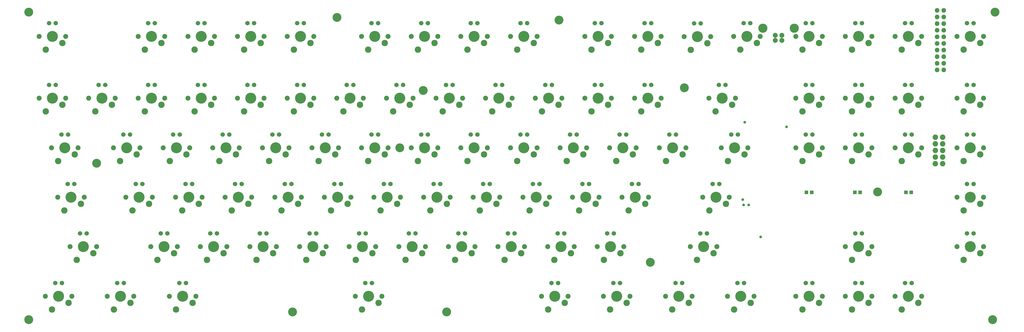
<source format=gbr>
G04 EAGLE Gerber X2 export*
G75*
%MOMM*%
%FSLAX34Y34*%
%LPD*%
%AMOC8*
5,1,8,0,0,1.08239X$1,22.5*%
G01*
%ADD10C,3.403200*%
%ADD11C,1.879600*%
%ADD12C,3.505200*%
%ADD13C,4.203200*%
%ADD14C,1.903200*%
%ADD15C,2.453200*%
%ADD16C,1.711200*%
%ADD17R,1.403200X1.403200*%
%ADD18P,1.869504X8X292.500000*%
%ADD19C,2.082800*%
%ADD20C,1.041400*%


D10*
X30000Y1210000D03*
X3730000Y1210000D03*
X3720000Y30000D03*
X30000Y30000D03*
X1450000Y690000D03*
X3280000Y520000D03*
X2410000Y250000D03*
X2060000Y1180000D03*
X1210000Y1190000D03*
X2540000Y920000D03*
X290000Y630000D03*
X1540000Y910000D03*
X1630000Y60000D03*
X1040000Y60000D03*
D11*
X2913180Y1101598D03*
X2888180Y1101598D03*
X2888180Y1121410D03*
X2913180Y1121410D03*
D12*
X2960878Y1148588D03*
X2840482Y1148588D03*
D13*
X120000Y1117500D03*
D14*
X69200Y1117500D03*
X170800Y1117500D03*
D15*
X158100Y1092100D03*
X94600Y1066700D03*
D16*
X132700Y1168300D03*
X107300Y1168300D03*
D13*
X500000Y1117500D03*
D14*
X449200Y1117500D03*
X550800Y1117500D03*
D15*
X538100Y1092100D03*
X474600Y1066700D03*
D16*
X512700Y1168300D03*
X487300Y1168300D03*
D13*
X690000Y1117500D03*
D14*
X639200Y1117500D03*
X740800Y1117500D03*
D15*
X728100Y1092100D03*
X664600Y1066700D03*
D16*
X702700Y1168300D03*
X677300Y1168300D03*
D13*
X880000Y1117500D03*
D14*
X829200Y1117500D03*
X930800Y1117500D03*
D15*
X918100Y1092100D03*
X854600Y1066700D03*
D16*
X892700Y1168300D03*
X867300Y1168300D03*
D13*
X1070000Y1117500D03*
D14*
X1019200Y1117500D03*
X1120800Y1117500D03*
D15*
X1108100Y1092100D03*
X1044600Y1066700D03*
D16*
X1082700Y1168300D03*
X1057300Y1168300D03*
D13*
X1355000Y1117500D03*
D14*
X1304200Y1117500D03*
X1405800Y1117500D03*
D15*
X1393100Y1092100D03*
X1329600Y1066700D03*
D16*
X1367700Y1168300D03*
X1342300Y1168300D03*
D13*
X1545000Y1117500D03*
D14*
X1494200Y1117500D03*
X1595800Y1117500D03*
D15*
X1583100Y1092100D03*
X1519600Y1066700D03*
D16*
X1557700Y1168300D03*
X1532300Y1168300D03*
D13*
X1735000Y1117500D03*
D14*
X1684200Y1117500D03*
X1785800Y1117500D03*
D15*
X1773100Y1092100D03*
X1709600Y1066700D03*
D16*
X1747700Y1168300D03*
X1722300Y1168300D03*
D13*
X1925000Y1117500D03*
D14*
X1874200Y1117500D03*
X1975800Y1117500D03*
D15*
X1963100Y1092100D03*
X1899600Y1066700D03*
D16*
X1937700Y1168300D03*
X1912300Y1168300D03*
D13*
X2210000Y1117500D03*
D14*
X2159200Y1117500D03*
X2260800Y1117500D03*
D15*
X2248100Y1092100D03*
X2184600Y1066700D03*
D16*
X2222700Y1168300D03*
X2197300Y1168300D03*
D13*
X2400000Y1117500D03*
D14*
X2349200Y1117500D03*
X2450800Y1117500D03*
D15*
X2438100Y1092100D03*
X2374600Y1066700D03*
D16*
X2412700Y1168300D03*
X2387300Y1168300D03*
D13*
X2590000Y1116500D03*
D14*
X2539200Y1116500D03*
X2640800Y1116500D03*
D15*
X2628100Y1091100D03*
X2564600Y1065700D03*
D16*
X2602700Y1167300D03*
X2577300Y1167300D03*
D13*
X2780000Y1117500D03*
D14*
X2729200Y1117500D03*
X2830800Y1117500D03*
D15*
X2818100Y1092100D03*
X2754600Y1066700D03*
D16*
X2792700Y1168300D03*
X2767300Y1168300D03*
D13*
X3017500Y1117500D03*
D14*
X2966700Y1117500D03*
X3068300Y1117500D03*
D15*
X3055600Y1092100D03*
X2992100Y1066700D03*
D16*
X3030200Y1168300D03*
X3004800Y1168300D03*
D13*
X3207500Y1117500D03*
D14*
X3156700Y1117500D03*
X3258300Y1117500D03*
D15*
X3245600Y1092100D03*
X3182100Y1066700D03*
D16*
X3220200Y1168300D03*
X3194800Y1168300D03*
D13*
X3397500Y1117500D03*
D14*
X3346700Y1117500D03*
X3448300Y1117500D03*
D15*
X3435600Y1092100D03*
X3372100Y1066700D03*
D16*
X3410200Y1168300D03*
X3384800Y1168300D03*
D13*
X3635000Y1117500D03*
D14*
X3584200Y1117500D03*
X3685800Y1117500D03*
D15*
X3673100Y1092100D03*
X3609600Y1066700D03*
D16*
X3647700Y1168300D03*
X3622300Y1168300D03*
D13*
X120000Y880000D03*
D14*
X69200Y880000D03*
X170800Y880000D03*
D15*
X158100Y854600D03*
X94600Y829200D03*
D16*
X132700Y930800D03*
X107300Y930800D03*
D13*
X310000Y880000D03*
D14*
X259200Y880000D03*
X360800Y880000D03*
D15*
X348100Y854600D03*
X284600Y829200D03*
D16*
X322700Y930800D03*
X297300Y930800D03*
D13*
X500000Y880000D03*
D14*
X449200Y880000D03*
X550800Y880000D03*
D15*
X538100Y854600D03*
X474600Y829200D03*
D16*
X512700Y930800D03*
X487300Y930800D03*
D13*
X690000Y880000D03*
D14*
X639200Y880000D03*
X740800Y880000D03*
D15*
X728100Y854600D03*
X664600Y829200D03*
D16*
X702700Y930800D03*
X677300Y930800D03*
D13*
X880000Y880000D03*
D14*
X829200Y880000D03*
X930800Y880000D03*
D15*
X918100Y854600D03*
X854600Y829200D03*
D16*
X892700Y930800D03*
X867300Y930800D03*
D13*
X1070000Y880000D03*
D14*
X1019200Y880000D03*
X1120800Y880000D03*
D15*
X1108100Y854600D03*
X1044600Y829200D03*
D16*
X1082700Y930800D03*
X1057300Y930800D03*
D13*
X1260000Y880000D03*
D14*
X1209200Y880000D03*
X1310800Y880000D03*
D15*
X1298100Y854600D03*
X1234600Y829200D03*
D16*
X1272700Y930800D03*
X1247300Y930800D03*
D13*
X1450000Y880000D03*
D14*
X1399200Y880000D03*
X1500800Y880000D03*
D15*
X1488100Y854600D03*
X1424600Y829200D03*
D16*
X1462700Y930800D03*
X1437300Y930800D03*
D13*
X1640000Y880000D03*
D14*
X1589200Y880000D03*
X1690800Y880000D03*
D15*
X1678100Y854600D03*
X1614600Y829200D03*
D16*
X1652700Y930800D03*
X1627300Y930800D03*
D13*
X1830000Y880000D03*
D14*
X1779200Y880000D03*
X1880800Y880000D03*
D15*
X1868100Y854600D03*
X1804600Y829200D03*
D16*
X1842700Y930800D03*
X1817300Y930800D03*
D13*
X2020000Y880000D03*
D14*
X1969200Y880000D03*
X2070800Y880000D03*
D15*
X2058100Y854600D03*
X1994600Y829200D03*
D16*
X2032700Y930800D03*
X2007300Y930800D03*
D13*
X2210000Y880000D03*
D14*
X2159200Y880000D03*
X2260800Y880000D03*
D15*
X2248100Y854600D03*
X2184600Y829200D03*
D16*
X2222700Y930800D03*
X2197300Y930800D03*
D13*
X2400000Y880000D03*
D14*
X2349200Y880000D03*
X2450800Y880000D03*
D15*
X2438100Y854600D03*
X2374600Y829200D03*
D16*
X2412700Y930800D03*
X2387300Y930800D03*
D13*
X2685000Y880000D03*
D14*
X2634200Y880000D03*
X2735800Y880000D03*
D15*
X2723100Y854600D03*
X2659600Y829200D03*
D16*
X2697700Y930800D03*
X2672300Y930800D03*
D13*
X3017500Y880000D03*
D14*
X2966700Y880000D03*
X3068300Y880000D03*
D15*
X3055600Y854600D03*
X2992100Y829200D03*
D16*
X3030200Y930800D03*
X3004800Y930800D03*
D13*
X3207500Y880000D03*
D14*
X3156700Y880000D03*
X3258300Y880000D03*
D15*
X3245600Y854600D03*
X3182100Y829200D03*
D16*
X3220200Y930800D03*
X3194800Y930800D03*
D13*
X3397500Y880000D03*
D14*
X3346700Y880000D03*
X3448300Y880000D03*
D15*
X3435600Y854600D03*
X3372100Y829200D03*
D16*
X3410200Y930800D03*
X3384800Y930800D03*
D13*
X3635000Y880000D03*
D14*
X3584200Y880000D03*
X3685800Y880000D03*
D15*
X3673100Y854600D03*
X3609600Y829200D03*
D16*
X3647700Y930800D03*
X3622300Y930800D03*
D13*
X167500Y690000D03*
D14*
X116700Y690000D03*
X218300Y690000D03*
D15*
X205600Y664600D03*
X142100Y639200D03*
D16*
X180200Y740800D03*
X154800Y740800D03*
D13*
X405000Y690000D03*
D14*
X354200Y690000D03*
X455800Y690000D03*
D15*
X443100Y664600D03*
X379600Y639200D03*
D16*
X417700Y740800D03*
X392300Y740800D03*
D13*
X595000Y690000D03*
D14*
X544200Y690000D03*
X645800Y690000D03*
D15*
X633100Y664600D03*
X569600Y639200D03*
D16*
X607700Y740800D03*
X582300Y740800D03*
D13*
X785000Y690000D03*
D14*
X734200Y690000D03*
X835800Y690000D03*
D15*
X823100Y664600D03*
X759600Y639200D03*
D16*
X797700Y740800D03*
X772300Y740800D03*
D13*
X975000Y690000D03*
D14*
X924200Y690000D03*
X1025800Y690000D03*
D15*
X1013100Y664600D03*
X949600Y639200D03*
D16*
X987700Y740800D03*
X962300Y740800D03*
D13*
X1165000Y690000D03*
D14*
X1114200Y690000D03*
X1215800Y690000D03*
D15*
X1203100Y664600D03*
X1139600Y639200D03*
D16*
X1177700Y740800D03*
X1152300Y740800D03*
D13*
X1355000Y690000D03*
D14*
X1304200Y690000D03*
X1405800Y690000D03*
D15*
X1393100Y664600D03*
X1329600Y639200D03*
D16*
X1367700Y740800D03*
X1342300Y740800D03*
D13*
X1545000Y690000D03*
D14*
X1494200Y690000D03*
X1595800Y690000D03*
D15*
X1583100Y664600D03*
X1519600Y639200D03*
D16*
X1557700Y740800D03*
X1532300Y740800D03*
D13*
X1735000Y690000D03*
D14*
X1684200Y690000D03*
X1785800Y690000D03*
D15*
X1773100Y664600D03*
X1709600Y639200D03*
D16*
X1747700Y740800D03*
X1722300Y740800D03*
D13*
X1925000Y690000D03*
D14*
X1874200Y690000D03*
X1975800Y690000D03*
D15*
X1963100Y664600D03*
X1899600Y639200D03*
D16*
X1937700Y740800D03*
X1912300Y740800D03*
D13*
X2115000Y690000D03*
D14*
X2064200Y690000D03*
X2165800Y690000D03*
D15*
X2153100Y664600D03*
X2089600Y639200D03*
D16*
X2127700Y740800D03*
X2102300Y740800D03*
D13*
X2305000Y690000D03*
D14*
X2254200Y690000D03*
X2355800Y690000D03*
D15*
X2343100Y664600D03*
X2279600Y639200D03*
D16*
X2317700Y740800D03*
X2292300Y740800D03*
D13*
X2495000Y690000D03*
D14*
X2444200Y690000D03*
X2545800Y690000D03*
D15*
X2533100Y664600D03*
X2469600Y639200D03*
D16*
X2507700Y740800D03*
X2482300Y740800D03*
D13*
X2732500Y690000D03*
D14*
X2681700Y690000D03*
X2783300Y690000D03*
D15*
X2770600Y664600D03*
X2707100Y639200D03*
D16*
X2745200Y740800D03*
X2719800Y740800D03*
D13*
X3017500Y690000D03*
D14*
X2966700Y690000D03*
X3068300Y690000D03*
D15*
X3055600Y664600D03*
X2992100Y639200D03*
D16*
X3030200Y740800D03*
X3004800Y740800D03*
D13*
X3207500Y690000D03*
D14*
X3156700Y690000D03*
X3258300Y690000D03*
D15*
X3245600Y664600D03*
X3182100Y639200D03*
D16*
X3220200Y740800D03*
X3194800Y740800D03*
D13*
X3397500Y690000D03*
D14*
X3346700Y690000D03*
X3448300Y690000D03*
D15*
X3435600Y664600D03*
X3372100Y639200D03*
D16*
X3410200Y740800D03*
X3384800Y740800D03*
D13*
X3635000Y690000D03*
D14*
X3584200Y690000D03*
X3685800Y690000D03*
D15*
X3673100Y664600D03*
X3609600Y639200D03*
D16*
X3647700Y740800D03*
X3622300Y740800D03*
D13*
X191250Y500000D03*
D14*
X140450Y500000D03*
X242050Y500000D03*
D15*
X229350Y474600D03*
X165850Y449200D03*
D16*
X203950Y550800D03*
X178550Y550800D03*
D13*
X452500Y500000D03*
D14*
X401700Y500000D03*
X503300Y500000D03*
D15*
X490600Y474600D03*
X427100Y449200D03*
D16*
X465200Y550800D03*
X439800Y550800D03*
D13*
X642500Y500000D03*
D14*
X591700Y500000D03*
X693300Y500000D03*
D15*
X680600Y474600D03*
X617100Y449200D03*
D16*
X655200Y550800D03*
X629800Y550800D03*
D13*
X832500Y500000D03*
D14*
X781700Y500000D03*
X883300Y500000D03*
D15*
X870600Y474600D03*
X807100Y449200D03*
D16*
X845200Y550800D03*
X819800Y550800D03*
D13*
X1022500Y500000D03*
D14*
X971700Y500000D03*
X1073300Y500000D03*
D15*
X1060600Y474600D03*
X997100Y449200D03*
D16*
X1035200Y550800D03*
X1009800Y550800D03*
D13*
X1212500Y500000D03*
D14*
X1161700Y500000D03*
X1263300Y500000D03*
D15*
X1250600Y474600D03*
X1187100Y449200D03*
D16*
X1225200Y550800D03*
X1199800Y550800D03*
D13*
X1402500Y500000D03*
D14*
X1351700Y500000D03*
X1453300Y500000D03*
D15*
X1440600Y474600D03*
X1377100Y449200D03*
D16*
X1415200Y550800D03*
X1389800Y550800D03*
D13*
X1592500Y500000D03*
D14*
X1541700Y500000D03*
X1643300Y500000D03*
D15*
X1630600Y474600D03*
X1567100Y449200D03*
D16*
X1605200Y550800D03*
X1579800Y550800D03*
D13*
X1782500Y500000D03*
D14*
X1731700Y500000D03*
X1833300Y500000D03*
D15*
X1820600Y474600D03*
X1757100Y449200D03*
D16*
X1795200Y550800D03*
X1769800Y550800D03*
D13*
X1972500Y500000D03*
D14*
X1921700Y500000D03*
X2023300Y500000D03*
D15*
X2010600Y474600D03*
X1947100Y449200D03*
D16*
X1985200Y550800D03*
X1959800Y550800D03*
D13*
X2162500Y500000D03*
D14*
X2111700Y500000D03*
X2213300Y500000D03*
D15*
X2200600Y474600D03*
X2137100Y449200D03*
D16*
X2175200Y550800D03*
X2149800Y550800D03*
D13*
X2352500Y500000D03*
D14*
X2301700Y500000D03*
X2403300Y500000D03*
D15*
X2390600Y474600D03*
X2327100Y449200D03*
D16*
X2365200Y550800D03*
X2339800Y550800D03*
D13*
X2661250Y500000D03*
D14*
X2610450Y500000D03*
X2712050Y500000D03*
D15*
X2699350Y474600D03*
X2635850Y449200D03*
D16*
X2673950Y550800D03*
X2648550Y550800D03*
D13*
X3635000Y500000D03*
D14*
X3584200Y500000D03*
X3685800Y500000D03*
D15*
X3673100Y474600D03*
X3609600Y449200D03*
D16*
X3647700Y550800D03*
X3622300Y550800D03*
D13*
X238750Y310000D03*
D14*
X187950Y310000D03*
X289550Y310000D03*
D15*
X276850Y284600D03*
X213350Y259200D03*
D16*
X251450Y360800D03*
X226050Y360800D03*
D13*
X547500Y310000D03*
D14*
X496700Y310000D03*
X598300Y310000D03*
D15*
X585600Y284600D03*
X522100Y259200D03*
D16*
X560200Y360800D03*
X534800Y360800D03*
D13*
X737500Y310000D03*
D14*
X686700Y310000D03*
X788300Y310000D03*
D15*
X775600Y284600D03*
X712100Y259200D03*
D16*
X750200Y360800D03*
X724800Y360800D03*
D13*
X927500Y310000D03*
D14*
X876700Y310000D03*
X978300Y310000D03*
D15*
X965600Y284600D03*
X902100Y259200D03*
D16*
X940200Y360800D03*
X914800Y360800D03*
D13*
X1117500Y310000D03*
D14*
X1066700Y310000D03*
X1168300Y310000D03*
D15*
X1155600Y284600D03*
X1092100Y259200D03*
D16*
X1130200Y360800D03*
X1104800Y360800D03*
D13*
X1307500Y310000D03*
D14*
X1256700Y310000D03*
X1358300Y310000D03*
D15*
X1345600Y284600D03*
X1282100Y259200D03*
D16*
X1320200Y360800D03*
X1294800Y360800D03*
D13*
X1497500Y310000D03*
D14*
X1446700Y310000D03*
X1548300Y310000D03*
D15*
X1535600Y284600D03*
X1472100Y259200D03*
D16*
X1510200Y360800D03*
X1484800Y360800D03*
D13*
X1687500Y310000D03*
D14*
X1636700Y310000D03*
X1738300Y310000D03*
D15*
X1725600Y284600D03*
X1662100Y259200D03*
D16*
X1700200Y360800D03*
X1674800Y360800D03*
D13*
X1877500Y310000D03*
D14*
X1826700Y310000D03*
X1928300Y310000D03*
D15*
X1915600Y284600D03*
X1852100Y259200D03*
D16*
X1890200Y360800D03*
X1864800Y360800D03*
D13*
X2067500Y310000D03*
D14*
X2016700Y310000D03*
X2118300Y310000D03*
D15*
X2105600Y284600D03*
X2042100Y259200D03*
D16*
X2080200Y360800D03*
X2054800Y360800D03*
D13*
X2257500Y310000D03*
D14*
X2206700Y310000D03*
X2308300Y310000D03*
D15*
X2295600Y284600D03*
X2232100Y259200D03*
D16*
X2270200Y360800D03*
X2244800Y360800D03*
D13*
X2613750Y310000D03*
D14*
X2562950Y310000D03*
X2664550Y310000D03*
D15*
X2651850Y284600D03*
X2588350Y259200D03*
D16*
X2626450Y360800D03*
X2601050Y360800D03*
D13*
X3207500Y310000D03*
D14*
X3156700Y310000D03*
X3258300Y310000D03*
D15*
X3245600Y284600D03*
X3182100Y259200D03*
D16*
X3220200Y360800D03*
X3194800Y360800D03*
D13*
X3635000Y310000D03*
D14*
X3584200Y310000D03*
X3685800Y310000D03*
D15*
X3673100Y284600D03*
X3609600Y259200D03*
D16*
X3647700Y360800D03*
X3622300Y360800D03*
D13*
X143750Y120000D03*
D14*
X92950Y120000D03*
X194550Y120000D03*
D15*
X181850Y94600D03*
X118350Y69200D03*
D16*
X156450Y170800D03*
X131050Y170800D03*
D13*
X381250Y120000D03*
D14*
X330450Y120000D03*
X432050Y120000D03*
D15*
X419350Y94600D03*
X355850Y69200D03*
D16*
X393950Y170800D03*
X368550Y170800D03*
D13*
X618750Y120000D03*
D14*
X567950Y120000D03*
X669550Y120000D03*
D15*
X656850Y94600D03*
X593350Y69200D03*
D16*
X631450Y170800D03*
X606050Y170800D03*
D13*
X1331250Y120000D03*
D14*
X1280450Y120000D03*
X1382050Y120000D03*
D15*
X1369350Y94600D03*
X1305850Y69200D03*
D16*
X1343950Y170800D03*
X1318550Y170800D03*
D13*
X2043750Y120000D03*
D14*
X1992950Y120000D03*
X2094550Y120000D03*
D15*
X2081850Y94600D03*
X2018350Y69200D03*
D16*
X2056450Y170800D03*
X2031050Y170800D03*
D13*
X2281250Y120000D03*
D14*
X2230450Y120000D03*
X2332050Y120000D03*
D15*
X2319350Y94600D03*
X2255850Y69200D03*
D16*
X2293950Y170800D03*
X2268550Y170800D03*
D13*
X2518750Y120000D03*
D14*
X2467950Y120000D03*
X2569550Y120000D03*
D15*
X2556850Y94600D03*
X2493350Y69200D03*
D16*
X2531450Y170800D03*
X2506050Y170800D03*
D13*
X2756250Y120000D03*
D14*
X2705450Y120000D03*
X2807050Y120000D03*
D15*
X2794350Y94600D03*
X2730850Y69200D03*
D16*
X2768950Y170800D03*
X2743550Y170800D03*
D13*
X3017500Y120000D03*
D14*
X2966700Y120000D03*
X3068300Y120000D03*
D15*
X3055600Y94600D03*
X2992100Y69200D03*
D16*
X3030200Y170800D03*
X3004800Y170800D03*
D13*
X3207500Y120000D03*
D14*
X3156700Y120000D03*
X3258300Y120000D03*
D15*
X3245600Y94600D03*
X3182100Y69200D03*
D16*
X3220200Y170800D03*
X3194800Y170800D03*
D13*
X3397500Y120000D03*
D14*
X3346700Y120000D03*
X3448300Y120000D03*
D15*
X3435600Y94600D03*
X3372100Y69200D03*
D16*
X3410200Y170800D03*
X3384800Y170800D03*
D17*
X3007020Y518160D03*
X3028020Y518160D03*
X3192440Y518160D03*
X3213440Y518160D03*
X3388020Y518160D03*
X3409020Y518160D03*
D18*
X3533140Y1216660D03*
X3533140Y1191260D03*
X3533140Y1165860D03*
X3533140Y1140460D03*
X3533140Y1115060D03*
X3533140Y1089660D03*
X3507740Y1216660D03*
X3507740Y1191260D03*
X3507740Y1165860D03*
X3507740Y1140460D03*
X3507740Y1115060D03*
X3507740Y1089660D03*
X3533140Y1064260D03*
X3533140Y1038860D03*
X3507740Y1064260D03*
X3507740Y1038860D03*
X3533140Y1013460D03*
X3507740Y1013460D03*
X3533140Y988060D03*
X3507740Y988060D03*
D19*
X3501390Y628650D03*
X3529330Y628650D03*
X3501390Y654050D03*
X3529330Y654050D03*
X3501390Y679450D03*
X3529330Y679450D03*
X3501390Y704850D03*
X3529330Y704850D03*
X3501390Y730250D03*
X3529330Y730250D03*
D20*
X2763520Y490220D03*
X2931160Y769620D03*
X2771140Y787400D03*
X2786380Y469900D03*
X2767330Y469900D03*
X2832368Y347712D03*
M02*

</source>
